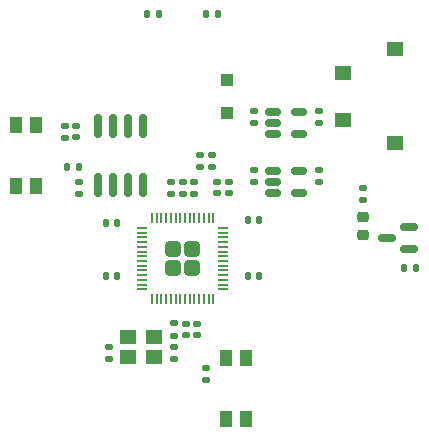
<source format=gtp>
%TF.GenerationSoftware,KiCad,Pcbnew,6.0.7+dfsg-1~bpo11+1*%
%TF.CreationDate,2022-08-19T21:33:19-04:00*%
%TF.ProjectId,iov-rp2040,696f762d-7270-4323-9034-302e6b696361,rev?*%
%TF.SameCoordinates,Original*%
%TF.FileFunction,Paste,Top*%
%TF.FilePolarity,Positive*%
%FSLAX46Y46*%
G04 Gerber Fmt 4.6, Leading zero omitted, Abs format (unit mm)*
G04 Created by KiCad (PCBNEW 6.0.7+dfsg-1~bpo11+1) date 2022-08-19 21:33:19*
%MOMM*%
%LPD*%
G01*
G04 APERTURE LIST*
G04 Aperture macros list*
%AMRoundRect*
0 Rectangle with rounded corners*
0 $1 Rounding radius*
0 $2 $3 $4 $5 $6 $7 $8 $9 X,Y pos of 4 corners*
0 Add a 4 corners polygon primitive as box body*
4,1,4,$2,$3,$4,$5,$6,$7,$8,$9,$2,$3,0*
0 Add four circle primitives for the rounded corners*
1,1,$1+$1,$2,$3*
1,1,$1+$1,$4,$5*
1,1,$1+$1,$6,$7*
1,1,$1+$1,$8,$9*
0 Add four rect primitives between the rounded corners*
20,1,$1+$1,$2,$3,$4,$5,0*
20,1,$1+$1,$4,$5,$6,$7,0*
20,1,$1+$1,$6,$7,$8,$9,0*
20,1,$1+$1,$8,$9,$2,$3,0*%
G04 Aperture macros list end*
%ADD10RoundRect,0.140000X0.170000X-0.140000X0.170000X0.140000X-0.170000X0.140000X-0.170000X-0.140000X0*%
%ADD11RoundRect,0.150000X0.150000X-0.825000X0.150000X0.825000X-0.150000X0.825000X-0.150000X-0.825000X0*%
%ADD12RoundRect,0.140000X-0.170000X0.140000X-0.170000X-0.140000X0.170000X-0.140000X0.170000X0.140000X0*%
%ADD13R,1.000000X1.450000*%
%ADD14RoundRect,0.249999X-0.395001X-0.395001X0.395001X-0.395001X0.395001X0.395001X-0.395001X0.395001X0*%
%ADD15RoundRect,0.050000X-0.387500X-0.050000X0.387500X-0.050000X0.387500X0.050000X-0.387500X0.050000X0*%
%ADD16RoundRect,0.050000X-0.050000X-0.387500X0.050000X-0.387500X0.050000X0.387500X-0.050000X0.387500X0*%
%ADD17RoundRect,0.150000X-0.512500X-0.150000X0.512500X-0.150000X0.512500X0.150000X-0.512500X0.150000X0*%
%ADD18RoundRect,0.140000X0.140000X0.170000X-0.140000X0.170000X-0.140000X-0.170000X0.140000X-0.170000X0*%
%ADD19R,1.100000X1.100000*%
%ADD20RoundRect,0.135000X0.135000X0.185000X-0.135000X0.185000X-0.135000X-0.185000X0.135000X-0.185000X0*%
%ADD21RoundRect,0.135000X0.185000X-0.135000X0.185000X0.135000X-0.185000X0.135000X-0.185000X-0.135000X0*%
%ADD22RoundRect,0.135000X-0.135000X-0.185000X0.135000X-0.185000X0.135000X0.185000X-0.135000X0.185000X0*%
%ADD23RoundRect,0.218750X0.256250X-0.218750X0.256250X0.218750X-0.256250X0.218750X-0.256250X-0.218750X0*%
%ADD24RoundRect,0.140000X-0.140000X-0.170000X0.140000X-0.170000X0.140000X0.170000X-0.140000X0.170000X0*%
%ADD25R,1.400000X1.200000*%
%ADD26RoundRect,0.135000X-0.185000X0.135000X-0.185000X-0.135000X0.185000X-0.135000X0.185000X0.135000X0*%
%ADD27RoundRect,0.150000X0.587500X0.150000X-0.587500X0.150000X-0.587500X-0.150000X0.587500X-0.150000X0*%
G04 APERTURE END LIST*
D10*
%TO.C,C7*%
X152750000Y-128980000D03*
X152750000Y-128020000D03*
%TD*%
D11*
%TO.C,U3*%
X151845000Y-114225000D03*
X153115000Y-114225000D03*
X154385000Y-114225000D03*
X155655000Y-114225000D03*
X155655000Y-109275000D03*
X154385000Y-109275000D03*
X153115000Y-109275000D03*
X151845000Y-109275000D03*
%TD*%
D10*
%TO.C,C13*%
X162890000Y-114980000D03*
X162890000Y-114020000D03*
%TD*%
D12*
%TO.C,C8*%
X158250000Y-128000000D03*
X158250000Y-128960000D03*
%TD*%
D13*
%TO.C,SW2*%
X144900000Y-109175000D03*
X144900000Y-114325000D03*
X146600000Y-109175000D03*
X146600000Y-114325000D03*
%TD*%
D14*
%TO.C,U4*%
X158200000Y-119700000D03*
X158200000Y-121300000D03*
X159800000Y-119700000D03*
X159800000Y-121300000D03*
D15*
X155562500Y-117900000D03*
X155562500Y-118300000D03*
X155562500Y-118700000D03*
X155562500Y-119100000D03*
X155562500Y-119500000D03*
X155562500Y-119900000D03*
X155562500Y-120300000D03*
X155562500Y-120700000D03*
X155562500Y-121100000D03*
X155562500Y-121500000D03*
X155562500Y-121900000D03*
X155562500Y-122300000D03*
X155562500Y-122700000D03*
X155562500Y-123100000D03*
D16*
X156400000Y-123937500D03*
X156800000Y-123937500D03*
X157200000Y-123937500D03*
X157600000Y-123937500D03*
X158000000Y-123937500D03*
X158400000Y-123937500D03*
X158800000Y-123937500D03*
X159200000Y-123937500D03*
X159600000Y-123937500D03*
X160000000Y-123937500D03*
X160400000Y-123937500D03*
X160800000Y-123937500D03*
X161200000Y-123937500D03*
X161600000Y-123937500D03*
D15*
X162437500Y-123100000D03*
X162437500Y-122700000D03*
X162437500Y-122300000D03*
X162437500Y-121900000D03*
X162437500Y-121500000D03*
X162437500Y-121100000D03*
X162437500Y-120700000D03*
X162437500Y-120300000D03*
X162437500Y-119900000D03*
X162437500Y-119500000D03*
X162437500Y-119100000D03*
X162437500Y-118700000D03*
X162437500Y-118300000D03*
X162437500Y-117900000D03*
D16*
X161600000Y-117062500D03*
X161200000Y-117062500D03*
X160800000Y-117062500D03*
X160400000Y-117062500D03*
X160000000Y-117062500D03*
X159600000Y-117062500D03*
X159200000Y-117062500D03*
X158800000Y-117062500D03*
X158400000Y-117062500D03*
X158000000Y-117062500D03*
X157600000Y-117062500D03*
X157200000Y-117062500D03*
X156800000Y-117062500D03*
X156400000Y-117062500D03*
%TD*%
D17*
%TO.C,U1*%
X166612500Y-108050000D03*
X166612500Y-109000000D03*
X166612500Y-109950000D03*
X168887500Y-109950000D03*
X168887500Y-108050000D03*
%TD*%
D12*
%TO.C,C6*%
X170500000Y-113020000D03*
X170500000Y-113980000D03*
%TD*%
D18*
%TO.C,C15*%
X153480000Y-122000000D03*
X152520000Y-122000000D03*
%TD*%
D19*
%TO.C,D2*%
X162750000Y-108150000D03*
X162750000Y-105350000D03*
%TD*%
D20*
%TO.C,R2*%
X157010000Y-99750000D03*
X155990000Y-99750000D03*
%TD*%
D12*
%TO.C,C2*%
X165000000Y-113020000D03*
X165000000Y-113980000D03*
%TD*%
D21*
%TO.C,R10*%
X174250000Y-115510000D03*
X174250000Y-114490000D03*
%TD*%
D18*
%TO.C,C14*%
X153480000Y-117500000D03*
X152520000Y-117500000D03*
%TD*%
D21*
%TO.C,R8*%
X150250000Y-115010000D03*
X150250000Y-113990000D03*
%TD*%
D22*
%TO.C,R6*%
X149240000Y-112750000D03*
X150260000Y-112750000D03*
%TD*%
D23*
%TO.C,D1*%
X174250000Y-118537500D03*
X174250000Y-116962500D03*
%TD*%
D24*
%TO.C,C17*%
X164520000Y-122000000D03*
X165480000Y-122000000D03*
%TD*%
D22*
%TO.C,R9*%
X177740000Y-121250000D03*
X178760000Y-121250000D03*
%TD*%
D24*
%TO.C,C18*%
X164520000Y-117250000D03*
X165480000Y-117250000D03*
%TD*%
D25*
%TO.C,SW1*%
X176950000Y-102750000D03*
X172550000Y-104750000D03*
X172550000Y-108750000D03*
X176950000Y-110750000D03*
%TD*%
D17*
%TO.C,U2*%
X166612500Y-113050000D03*
X166612500Y-114000000D03*
X166612500Y-114950000D03*
X168887500Y-114950000D03*
X168887500Y-113050000D03*
%TD*%
D10*
%TO.C,C19*%
X159000000Y-115000000D03*
X159000000Y-114040000D03*
%TD*%
D12*
%TO.C,C3*%
X149000000Y-109290000D03*
X149000000Y-110250000D03*
%TD*%
D13*
%TO.C,SW3*%
X162650000Y-128925000D03*
X162650000Y-134075000D03*
X164350000Y-128925000D03*
X164350000Y-134075000D03*
%TD*%
D25*
%TO.C,Y1*%
X154400000Y-128850000D03*
X156600000Y-128850000D03*
X156600000Y-127150000D03*
X154400000Y-127150000D03*
%TD*%
D26*
%TO.C,R5*%
X161500000Y-111740000D03*
X161500000Y-112760000D03*
%TD*%
D10*
%TO.C,C12*%
X160000000Y-115000000D03*
X160000000Y-114040000D03*
%TD*%
%TO.C,C11*%
X158000000Y-115000000D03*
X158000000Y-114040000D03*
%TD*%
D26*
%TO.C,R7*%
X161000000Y-129740000D03*
X161000000Y-130760000D03*
%TD*%
D12*
%TO.C,C4*%
X150000000Y-109270000D03*
X150000000Y-110230000D03*
%TD*%
%TO.C,C5*%
X170500000Y-108020000D03*
X170500000Y-108980000D03*
%TD*%
%TO.C,C1*%
X165000000Y-108040000D03*
X165000000Y-109000000D03*
%TD*%
D22*
%TO.C,R1*%
X160990000Y-99750000D03*
X162010000Y-99750000D03*
%TD*%
D26*
%TO.C,R4*%
X160500000Y-111740000D03*
X160500000Y-112760000D03*
%TD*%
%TO.C,R3*%
X158250000Y-125990000D03*
X158250000Y-127010000D03*
%TD*%
D10*
%TO.C,C9*%
X161890000Y-114980000D03*
X161890000Y-114020000D03*
%TD*%
D12*
%TO.C,C10*%
X160250000Y-126020000D03*
X160250000Y-126980000D03*
%TD*%
D27*
%TO.C,Q1*%
X178187500Y-119700000D03*
X178187500Y-117800000D03*
X176312500Y-118750000D03*
%TD*%
D12*
%TO.C,C16*%
X159250000Y-126020000D03*
X159250000Y-126980000D03*
%TD*%
M02*

</source>
